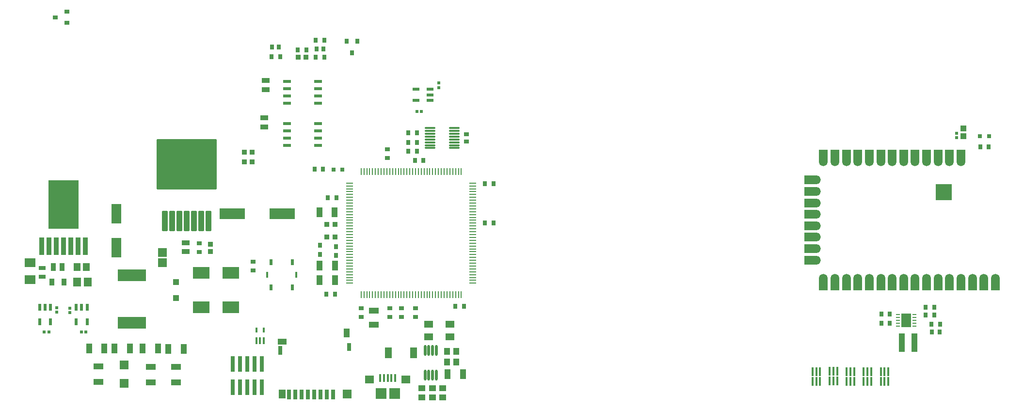
<source format=gtp>
G04*
G04 #@! TF.GenerationSoftware,Altium Limited,Altium Designer,22.1.2 (22)*
G04*
G04 Layer_Color=8421504*
%FSLAX25Y25*%
%MOIN*%
G70*
G04*
G04 #@! TF.SameCoordinates,56094753-5DA1-4506-B589-AA1800A80C84*
G04*
G04*
G04 #@! TF.FilePolarity,Positive*
G04*
G01*
G75*
%ADD21R,0.04331X0.04331*%
%ADD22O,0.05906X0.11260*%
%ADD23O,0.11260X0.05906*%
%ADD24C,0.00787*%
%ADD25R,0.05906X0.05906*%
%ADD26R,0.05906X0.05906*%
%ADD27R,0.03772X0.03788*%
%ADD28R,0.04331X0.06693*%
%ADD29R,0.02756X0.03543*%
%ADD30R,0.05750X0.02100*%
%ADD31R,0.06102X0.03937*%
%ADD32R,0.03937X0.06102*%
%ADD33R,0.03150X0.05512*%
%ADD34R,0.03150X0.05906*%
%ADD35R,0.05118X0.05906*%
%ADD36R,0.02756X0.06890*%
%ADD37R,0.07087X0.13583*%
%ADD38R,0.07505X0.06121*%
%ADD39R,0.07087X0.03937*%
%ADD40R,0.03394X0.02985*%
%ADD41R,0.02756X0.03347*%
%ADD42R,0.17323X0.07480*%
%ADD43R,0.05315X0.03347*%
%ADD44R,0.02953X0.03543*%
%ADD45R,0.04921X0.03150*%
%ADD46R,0.03740X0.03740*%
%ADD47R,0.03543X0.02756*%
G04:AMPARAMS|DCode=48|XSize=37.4mil|YSize=137.8mil|CornerRadius=2.06mil|HoleSize=0mil|Usage=FLASHONLY|Rotation=180.000|XOffset=0mil|YOffset=0mil|HoleType=Round|Shape=RoundedRectangle|*
%AMROUNDEDRECTD48*
21,1,0.03740,0.13368,0,0,180.0*
21,1,0.03329,0.13780,0,0,180.0*
1,1,0.00411,-0.01664,0.06684*
1,1,0.00411,0.01664,0.06684*
1,1,0.00411,0.01664,-0.06684*
1,1,0.00411,-0.01664,-0.06684*
%
%ADD48ROUNDEDRECTD48*%
%ADD49R,0.04528X0.02362*%
%ADD50R,0.02047X0.02047*%
%ADD51R,0.02047X0.02047*%
%ADD52R,0.02362X0.04528*%
%ADD53R,0.01575X0.05906*%
%ADD54R,0.00900X0.04800*%
%ADD55R,0.04800X0.00900*%
%ADD56R,0.03504X0.12047*%
%ADD57R,0.21063X0.33622*%
%ADD58R,0.11811X0.07874*%
%ADD59R,0.02362X0.03937*%
%ADD60R,0.01772X0.03937*%
%ADD61R,0.06693X0.04331*%
%ADD62R,0.03150X0.03543*%
%ADD63R,0.03937X0.12598*%
%ADD64R,0.03150X0.03543*%
%ADD65R,0.02972X0.01000*%
%ADD66R,0.06890X0.09646*%
%ADD67O,0.01772X0.07480*%
%ADD68R,0.06299X0.04921*%
%ADD69R,0.03543X0.04724*%
%ADD70R,0.03740X0.05315*%
%ADD71R,0.05512X0.06102*%
%ADD72R,0.05118X0.05709*%
%ADD73R,0.05315X0.03740*%
%ADD74R,0.06102X0.05906*%
G04:AMPARAMS|DCode=75|XSize=413.39mil|YSize=346.46mil|CornerRadius=1.73mil|HoleSize=0mil|Usage=FLASHONLY|Rotation=180.000|XOffset=0mil|YOffset=0mil|HoleType=Round|Shape=RoundedRectangle|*
%AMROUNDEDRECTD75*
21,1,0.41339,0.34299,0,0,180.0*
21,1,0.40992,0.34646,0,0,180.0*
1,1,0.00347,-0.20496,0.17150*
1,1,0.00347,0.20496,0.17150*
1,1,0.00347,0.20496,-0.17150*
1,1,0.00347,-0.20496,-0.17150*
%
%ADD75ROUNDEDRECTD75*%
%ADD76R,0.19685X0.08465*%
%ADD77R,0.01400X0.03200*%
%ADD78R,0.01400X0.05000*%
%ADD79R,0.07480X0.07480*%
%ADD80R,0.06299X0.05512*%
%ADD81R,0.01355X0.05315*%
%ADD82R,0.03150X0.03150*%
%ADD83R,0.03543X0.03150*%
%ADD84R,0.03347X0.03740*%
%ADD85R,0.04134X0.04134*%
%ADD86R,0.02913X0.10984*%
%ADD87O,0.07677X0.01181*%
%ADD88R,0.05118X0.03937*%
%ADD89R,0.03937X0.05118*%
G36*
X624540Y124350D02*
X613540D01*
Y135350D01*
X624540D01*
Y124350D01*
D02*
G37*
G36*
X256807Y15393D02*
X252082D01*
Y22873D01*
X256807D01*
Y15393D01*
D02*
G37*
G36*
X239484D02*
X234759D01*
Y22873D01*
X239484D01*
Y15393D01*
D02*
G37*
D21*
X91137Y56920D02*
D03*
X91137Y67944D02*
D03*
D22*
X630739Y153141D02*
D03*
X622865D02*
D03*
X614992D02*
D03*
X607118D02*
D03*
X599243D02*
D03*
X591369D02*
D03*
X583495D02*
D03*
X575621D02*
D03*
X567747D02*
D03*
X559873D02*
D03*
X551999D02*
D03*
X544125D02*
D03*
X536251D02*
D03*
Y67944D02*
D03*
X544125D02*
D03*
X551999D02*
D03*
X559873D02*
D03*
X567747D02*
D03*
X575621D02*
D03*
X583495D02*
D03*
X591369D02*
D03*
X599243D02*
D03*
X607118D02*
D03*
X614992D02*
D03*
X622865D02*
D03*
X630739D02*
D03*
X638614D02*
D03*
X646488D02*
D03*
X654362D02*
D03*
D23*
X528692Y138110D02*
D03*
Y130236D02*
D03*
Y122362D02*
D03*
Y114488D02*
D03*
Y106614D02*
D03*
Y98739D02*
D03*
Y90865D02*
D03*
Y82991D02*
D03*
D24*
X619322Y129440D02*
D03*
D25*
X630739Y155850D02*
D03*
X654362Y65267D02*
D03*
X622865Y155850D02*
D03*
X614992D02*
D03*
X607118D02*
D03*
X599243D02*
D03*
X591369D02*
D03*
X583495D02*
D03*
X575621D02*
D03*
X567747D02*
D03*
X559873D02*
D03*
X551999D02*
D03*
X544125D02*
D03*
X536251D02*
D03*
Y65236D02*
D03*
X544125D02*
D03*
X551999D02*
D03*
X559873D02*
D03*
X567747D02*
D03*
X575621D02*
D03*
X583495D02*
D03*
X591369D02*
D03*
X599243D02*
D03*
X607118D02*
D03*
X614992D02*
D03*
X622865D02*
D03*
X630739D02*
D03*
X638614D02*
D03*
X646488D02*
D03*
X55502Y10812D02*
D03*
Y-1787D02*
D03*
D26*
X525984Y138110D02*
D03*
Y130236D02*
D03*
Y122362D02*
D03*
Y114488D02*
D03*
Y106614D02*
D03*
Y98739D02*
D03*
Y90865D02*
D03*
Y82991D02*
D03*
X208687Y-9102D02*
D03*
D27*
X194704Y98955D02*
D03*
X200429D02*
D03*
X194739Y107450D02*
D03*
X200463D02*
D03*
D28*
X200245Y115753D02*
D03*
X189615D02*
D03*
X96431Y21917D02*
D03*
X85802D02*
D03*
X78820Y22069D02*
D03*
X68191D02*
D03*
X41927Y22172D02*
D03*
X31297D02*
D03*
X277723Y4459D02*
D03*
X288353D02*
D03*
X189894Y79067D02*
D03*
X200524D02*
D03*
X200544Y69224D02*
D03*
X189914D02*
D03*
X48718Y22284D02*
D03*
X59347D02*
D03*
D29*
X201297Y125977D02*
D03*
X195392D02*
D03*
X194570Y59600D02*
D03*
X200476D02*
D03*
X187089Y234231D02*
D03*
X192995D02*
D03*
X192995Y222572D02*
D03*
X187089D02*
D03*
X612395Y45193D02*
D03*
X606489D02*
D03*
X606558Y50534D02*
D03*
X612464D02*
D03*
X610441Y38853D02*
D03*
X616346D02*
D03*
X643969Y160777D02*
D03*
X649874D02*
D03*
X192208Y145390D02*
D03*
X186302D02*
D03*
X162772Y222894D02*
D03*
X156867D02*
D03*
X174726Y227671D02*
D03*
X180632D02*
D03*
X250926Y170619D02*
D03*
X256832D02*
D03*
X250926Y164016D02*
D03*
X256832D02*
D03*
X250926Y157823D02*
D03*
X256832D02*
D03*
X283038Y51300D02*
D03*
X288944D02*
D03*
X303567Y108429D02*
D03*
X309472D02*
D03*
X303567Y135640D02*
D03*
X309472D02*
D03*
X261218Y151452D02*
D03*
X255313D02*
D03*
D30*
X167303Y190956D02*
D03*
Y195956D02*
D03*
Y200956D02*
D03*
Y205956D02*
D03*
X188753D02*
D03*
Y200956D02*
D03*
Y195956D02*
D03*
Y190956D02*
D03*
X167303Y161741D02*
D03*
Y166741D02*
D03*
Y171741D02*
D03*
Y176741D02*
D03*
X188753D02*
D03*
Y171741D02*
D03*
Y166741D02*
D03*
Y161741D02*
D03*
D31*
X164101Y26725D02*
D03*
D32*
X208392Y32926D02*
D03*
D33*
X209967Y23378D02*
D03*
D34*
X162920Y20819D02*
D03*
D35*
X164002Y-9102D02*
D03*
D36*
X168727Y-9594D02*
D03*
X173057D02*
D03*
X177388D02*
D03*
X181719D02*
D03*
X186050D02*
D03*
X190380D02*
D03*
X194711D02*
D03*
X199042D02*
D03*
D37*
X49988Y91509D02*
D03*
Y114737D02*
D03*
D38*
X-9382Y69516D02*
D03*
Y81137D02*
D03*
D39*
X227225Y38504D02*
D03*
Y48347D02*
D03*
D40*
X290919Y164500D02*
D03*
Y169437D02*
D03*
D41*
X190032Y93142D02*
D03*
Y87039D02*
D03*
X200937Y92345D02*
D03*
Y86243D02*
D03*
D42*
X164074Y114885D02*
D03*
X129822D02*
D03*
D43*
X152778Y206647D02*
D03*
Y200151D02*
D03*
X151913Y180939D02*
D03*
Y174443D02*
D03*
D44*
X157064Y229396D02*
D03*
X161788D02*
D03*
X192404Y228284D02*
D03*
X187680D02*
D03*
D45*
X-939Y71396D02*
D03*
Y77695D02*
D03*
D46*
X114826Y89052D02*
D03*
Y93974D02*
D03*
D47*
X107059Y94466D02*
D03*
Y88560D02*
D03*
X144102Y75949D02*
D03*
Y81854D02*
D03*
X238216Y44010D02*
D03*
Y49916D02*
D03*
X218531Y44010D02*
D03*
Y49916D02*
D03*
X246090D02*
D03*
Y44010D02*
D03*
X236339Y153183D02*
D03*
Y159089D02*
D03*
X255932Y49916D02*
D03*
Y44010D02*
D03*
D48*
X103534Y109774D02*
D03*
X83534D02*
D03*
X88534D02*
D03*
X93534D02*
D03*
X98534D02*
D03*
X108534D02*
D03*
X113534D02*
D03*
D49*
X265799Y192965D02*
D03*
Y196705D02*
D03*
Y200445D02*
D03*
X255956D02*
D03*
Y192965D02*
D03*
D50*
X259803Y185197D02*
D03*
X256654D02*
D03*
X25973Y33392D02*
D03*
X29123D02*
D03*
X495Y33525D02*
D03*
X3645D02*
D03*
D51*
X271664Y204801D02*
D03*
Y201651D02*
D03*
X18112Y46841D02*
D03*
Y49991D02*
D03*
X9252Y47062D02*
D03*
Y50212D02*
D03*
X627935Y170318D02*
D03*
Y167168D02*
D03*
D52*
X29951Y50540D02*
D03*
X26211D02*
D03*
X22470D02*
D03*
Y40697D02*
D03*
X29951D02*
D03*
X4771Y50409D02*
D03*
X1031D02*
D03*
X-2709D02*
D03*
Y40566D02*
D03*
X4771D02*
D03*
D53*
X540519Y6440D02*
D03*
X543078D02*
D03*
X545637D02*
D03*
Y-253D02*
D03*
X543078D02*
D03*
X540519D02*
D03*
X552221Y6378D02*
D03*
X554780D02*
D03*
X557339D02*
D03*
Y-315D02*
D03*
X554780D02*
D03*
X552221D02*
D03*
X563924Y6378D02*
D03*
X566483D02*
D03*
X569042D02*
D03*
Y-315D02*
D03*
X566483D02*
D03*
X563924D02*
D03*
X575626Y6378D02*
D03*
X578185D02*
D03*
X580744D02*
D03*
Y-315D02*
D03*
X578185D02*
D03*
X575626D02*
D03*
X528817Y6270D02*
D03*
X531376D02*
D03*
X533935D02*
D03*
Y-423D02*
D03*
X531376D02*
D03*
X528817D02*
D03*
D54*
X218346Y143839D02*
D03*
X220314D02*
D03*
X222283D02*
D03*
X224251D02*
D03*
X226220D02*
D03*
X228188D02*
D03*
X230157D02*
D03*
X232125D02*
D03*
X234094D02*
D03*
X236062D02*
D03*
X238031D02*
D03*
X239999D02*
D03*
X241968D02*
D03*
X243936D02*
D03*
X245905D02*
D03*
X247873D02*
D03*
X249842D02*
D03*
X251810D02*
D03*
X253779D02*
D03*
X255747D02*
D03*
X257716D02*
D03*
X259684D02*
D03*
X261653D02*
D03*
X263621D02*
D03*
X265590D02*
D03*
X267558D02*
D03*
X269527D02*
D03*
X271495D02*
D03*
X273464D02*
D03*
X275432D02*
D03*
X277401D02*
D03*
X279369D02*
D03*
X281338D02*
D03*
X283306D02*
D03*
X285275D02*
D03*
X287243D02*
D03*
Y59239D02*
D03*
X285275D02*
D03*
X283306D02*
D03*
X281338D02*
D03*
X279369D02*
D03*
X277401D02*
D03*
X275432D02*
D03*
X273464D02*
D03*
X271495D02*
D03*
X269527D02*
D03*
X267558D02*
D03*
X265590D02*
D03*
X263621D02*
D03*
X261653D02*
D03*
X259684D02*
D03*
X257716D02*
D03*
X255747D02*
D03*
X253779D02*
D03*
X251810D02*
D03*
X249842D02*
D03*
X247873D02*
D03*
X245905D02*
D03*
X243936D02*
D03*
X241968D02*
D03*
X239999D02*
D03*
X238031D02*
D03*
X236062D02*
D03*
X234094D02*
D03*
X232125D02*
D03*
X230157D02*
D03*
X228188D02*
D03*
X226220D02*
D03*
X224251D02*
D03*
X222283D02*
D03*
X220314D02*
D03*
X218346D02*
D03*
D55*
X295094Y135988D02*
D03*
Y134020D02*
D03*
Y132051D02*
D03*
Y130083D02*
D03*
Y128114D02*
D03*
Y126146D02*
D03*
Y124177D02*
D03*
Y122209D02*
D03*
Y120240D02*
D03*
Y118272D02*
D03*
Y116303D02*
D03*
Y114335D02*
D03*
Y112366D02*
D03*
Y110398D02*
D03*
Y108429D02*
D03*
Y106461D02*
D03*
Y104492D02*
D03*
Y102524D02*
D03*
Y100555D02*
D03*
Y98587D02*
D03*
Y96618D02*
D03*
Y94650D02*
D03*
Y92681D02*
D03*
Y90713D02*
D03*
Y88744D02*
D03*
Y86776D02*
D03*
Y84807D02*
D03*
Y82839D02*
D03*
Y80870D02*
D03*
Y78902D02*
D03*
Y76933D02*
D03*
Y74965D02*
D03*
Y72996D02*
D03*
Y71028D02*
D03*
Y69059D02*
D03*
Y67091D02*
D03*
X210494D02*
D03*
Y69059D02*
D03*
Y71028D02*
D03*
Y72996D02*
D03*
Y74965D02*
D03*
Y76933D02*
D03*
Y78902D02*
D03*
Y80870D02*
D03*
Y82839D02*
D03*
Y84807D02*
D03*
Y86776D02*
D03*
Y88744D02*
D03*
Y90713D02*
D03*
Y92681D02*
D03*
Y94650D02*
D03*
Y96618D02*
D03*
Y98587D02*
D03*
Y100555D02*
D03*
Y102524D02*
D03*
Y104492D02*
D03*
Y106461D02*
D03*
Y108429D02*
D03*
Y110398D02*
D03*
Y112366D02*
D03*
Y114335D02*
D03*
Y116303D02*
D03*
Y118272D02*
D03*
Y120240D02*
D03*
Y122209D02*
D03*
Y124177D02*
D03*
Y126146D02*
D03*
Y128114D02*
D03*
Y130083D02*
D03*
Y132051D02*
D03*
Y134020D02*
D03*
Y135988D02*
D03*
D56*
X-1321Y92459D02*
D03*
X3679D02*
D03*
X8679D02*
D03*
X13679D02*
D03*
X18679D02*
D03*
X23679D02*
D03*
X28679D02*
D03*
D57*
X13679Y121219D02*
D03*
D58*
X108534Y50621D02*
D03*
Y74243D02*
D03*
X128770D02*
D03*
Y50621D02*
D03*
D59*
X170983Y64106D02*
D03*
X156416D02*
D03*
X170983Y81429D02*
D03*
X156416D02*
D03*
D60*
X173640Y72768D02*
D03*
X153759D02*
D03*
D61*
X91117Y9675D02*
D03*
Y-954D02*
D03*
X73700Y9414D02*
D03*
Y-1216D02*
D03*
X37719Y-745D02*
D03*
Y9885D02*
D03*
D62*
X212029Y225685D02*
D03*
X208289Y233559D02*
D03*
X215769D02*
D03*
D63*
X598870Y26244D02*
D03*
X590209D02*
D03*
D64*
X616149Y33513D02*
D03*
X610637D02*
D03*
X581716Y39639D02*
D03*
X576204D02*
D03*
Y45830D02*
D03*
X581716D02*
D03*
D65*
X598637Y37671D02*
D03*
Y39639D02*
D03*
Y41608D02*
D03*
Y43576D02*
D03*
Y45545D02*
D03*
X587398D02*
D03*
Y43576D02*
D03*
Y41608D02*
D03*
Y39639D02*
D03*
Y37671D02*
D03*
D66*
X593018Y41608D02*
D03*
D67*
X262301Y4024D02*
D03*
X264860D02*
D03*
X267419D02*
D03*
X269978D02*
D03*
X262301Y20954D02*
D03*
X264860D02*
D03*
X267419D02*
D03*
X269978D02*
D03*
D68*
X279329Y38907D02*
D03*
X264762D02*
D03*
X279329Y30246D02*
D03*
X264762D02*
D03*
D69*
X5783Y67926D02*
D03*
X14051D02*
D03*
D70*
X6868Y78181D02*
D03*
X12773D02*
D03*
D71*
X23077Y67926D02*
D03*
X30557D02*
D03*
D72*
X23205Y78181D02*
D03*
X29504D02*
D03*
D73*
X97617Y88840D02*
D03*
Y94746D02*
D03*
D74*
X81735Y88241D02*
D03*
Y81155D02*
D03*
D75*
X98534Y148947D02*
D03*
D76*
X60725Y39745D02*
D03*
Y72619D02*
D03*
D77*
X146348Y35002D02*
D03*
X151466D02*
D03*
D78*
Y27602D02*
D03*
X148907D02*
D03*
X146348D02*
D03*
D79*
X241391Y-8747D02*
D03*
X231942D02*
D03*
D80*
X249265Y899D02*
D03*
X224068D02*
D03*
D81*
X241785Y1785D02*
D03*
X239226D02*
D03*
X236667D02*
D03*
X234108D02*
D03*
X231549D02*
D03*
D82*
X650071Y168211D02*
D03*
X643772D02*
D03*
X199273Y145217D02*
D03*
X205572D02*
D03*
D83*
X8063Y250000D02*
D03*
X15937Y253740D02*
D03*
Y246260D02*
D03*
D84*
X180337Y222476D02*
D03*
X175022D02*
D03*
X143449Y157120D02*
D03*
X138134D02*
D03*
X143449Y150599D02*
D03*
X138134D02*
D03*
D85*
X632402Y168211D02*
D03*
Y173527D02*
D03*
D86*
X150201Y11566D02*
D03*
X145201D02*
D03*
X140201D02*
D03*
X135201D02*
D03*
X130201D02*
D03*
Y-4457D02*
D03*
X135201D02*
D03*
X140201D02*
D03*
X145201D02*
D03*
X150201D02*
D03*
D87*
X265648Y173858D02*
D03*
Y171890D02*
D03*
Y169921D02*
D03*
Y167953D02*
D03*
Y165984D02*
D03*
Y164016D02*
D03*
Y162047D02*
D03*
Y160079D02*
D03*
X282380Y173858D02*
D03*
Y171890D02*
D03*
Y169921D02*
D03*
Y167953D02*
D03*
Y165984D02*
D03*
Y164016D02*
D03*
Y162047D02*
D03*
Y160079D02*
D03*
D88*
X260234Y-5125D02*
D03*
Y-11424D02*
D03*
X267419Y-5125D02*
D03*
Y-11424D02*
D03*
X274586Y-5125D02*
D03*
Y-11424D02*
D03*
D89*
X277557Y20277D02*
D03*
X283856D02*
D03*
X277557Y12834D02*
D03*
X283856D02*
D03*
M02*

</source>
